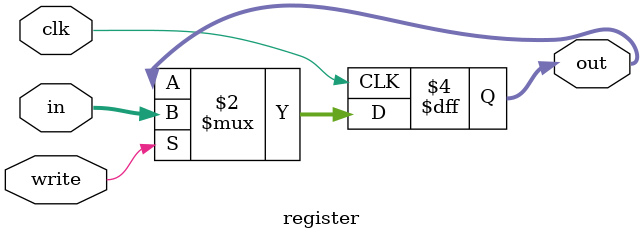
<source format=v>
module register(
  clk, 
  write, 
  in, 
  out
);

  input               clk;
  input             write;
  input      [15:0]    in;
  output reg [15:0]   out;
  
  always @(negedge clk)
  begin
      if(write)
          out <= in;
  end

endmodule
</source>
